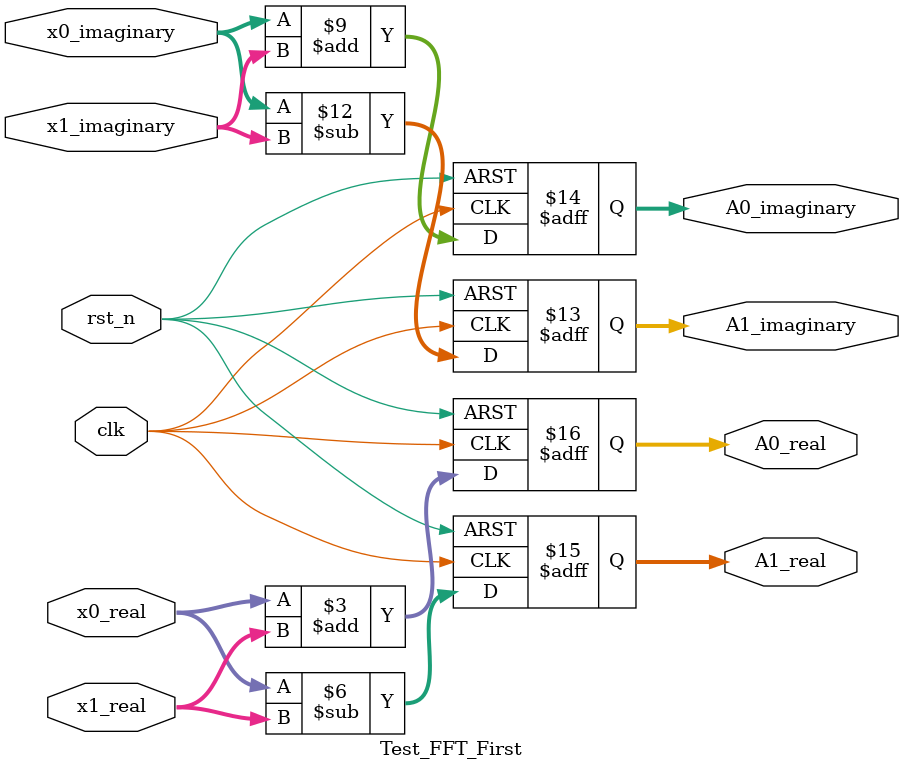
<source format=sv>
module Test_FFT_First (
	input clk,    			// Clock
	input rst_n,  			// Asynchronous reset active low
	input signed [15:0] x0_real,	// 高一位为符号位
	input signed [15:0] x0_imaginary,
	input signed [15:0] x1_real,
	input signed [15:0] x1_imaginary,
	
	output reg signed [16:0] A0_real,
	output reg signed [16:0] A0_imaginary,
	output reg signed [16:0] A1_real,
	output reg signed [16:0] A1_imaginary 
);
	
	/*output A0_real*/
	always @(posedge clk or negedge rst_n) begin
		if(~rst_n) begin
			A0_real <= 17'd0;
		end else begin
			A0_real <= x0_real + x1_real;
		end
	end

	/*output A1_real*/
	always @(posedge clk or negedge rst_n) begin
		if(~rst_n) begin
			A1_real <= 17'd0;
		end else begin
			A1_real <= x0_real - x1_real;
		end
	end

	/*output A0_imaginary*/
	always @(posedge clk or negedge rst_n) begin
		if(~rst_n) begin
			A0_imaginary <= 17'd0;
		end else begin
			A0_imaginary <= x0_imaginary + x1_imaginary;
		end
	end

	/*output A1_imaginary*/
	always @(posedge clk or negedge rst_n) begin
		if(~rst_n) begin
			A1_imaginary <= 17'd0;
		end else begin
			A1_imaginary <= x0_imaginary - x1_imaginary;
		end
	end



endmodule
</source>
